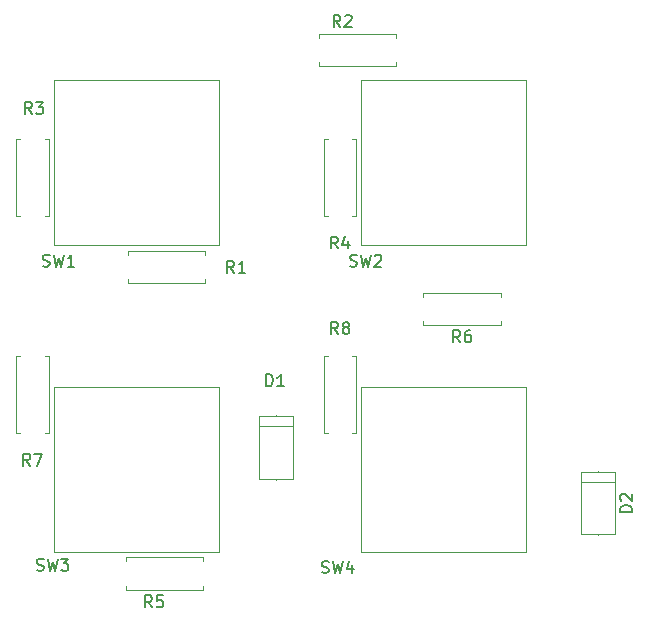
<source format=gbr>
%TF.GenerationSoftware,KiCad,Pcbnew,5.1.6-c6e7f7d~86~ubuntu18.04.1*%
%TF.CreationDate,2020-06-11T22:46:26+02:00*%
%TF.ProjectId,BikeCommunicator,42696b65-436f-46d6-9d75-6e696361746f,rev?*%
%TF.SameCoordinates,Original*%
%TF.FileFunction,Legend,Top*%
%TF.FilePolarity,Positive*%
%FSLAX46Y46*%
G04 Gerber Fmt 4.6, Leading zero omitted, Abs format (unit mm)*
G04 Created by KiCad (PCBNEW 5.1.6-c6e7f7d~86~ubuntu18.04.1) date 2020-06-11 22:46:26*
%MOMM*%
%LPD*%
G01*
G04 APERTURE LIST*
%ADD10C,0.120000*%
%ADD11C,0.150000*%
G04 APERTURE END LIST*
D10*
%TO.C,D2*%
X147472700Y-103194500D02*
X144652700Y-103194500D01*
X144652700Y-103194500D02*
X144652700Y-108514500D01*
X144652700Y-108514500D02*
X147472700Y-108514500D01*
X147472700Y-108514500D02*
X147472700Y-103194500D01*
X146062700Y-103124500D02*
X146062700Y-103194500D01*
X146062700Y-108584500D02*
X146062700Y-108514500D01*
X147472700Y-104034500D02*
X144652700Y-104034500D01*
%TO.C,D1*%
X120218500Y-98495500D02*
X117398500Y-98495500D01*
X117398500Y-98495500D02*
X117398500Y-103815500D01*
X117398500Y-103815500D02*
X120218500Y-103815500D01*
X120218500Y-103815500D02*
X120218500Y-98495500D01*
X118808500Y-98425500D02*
X118808500Y-98495500D01*
X118808500Y-103885500D02*
X118808500Y-103815500D01*
X120218500Y-99335500D02*
X117398500Y-99335500D01*
%TO.C,SW4*%
X126015000Y-109985000D02*
X126015000Y-96015000D01*
X139985000Y-109985000D02*
X126015000Y-109985000D01*
X139985000Y-96015000D02*
X139985000Y-109985000D01*
X126015000Y-96015000D02*
X139985000Y-96015000D01*
%TO.C,SW3*%
X100015000Y-109985000D02*
X100015000Y-96015000D01*
X113985000Y-109985000D02*
X100015000Y-109985000D01*
X113985000Y-96015000D02*
X113985000Y-109985000D01*
X100015000Y-96015000D02*
X113985000Y-96015000D01*
%TO.C,SW2*%
X126015000Y-83985000D02*
X126015000Y-70015000D01*
X139985000Y-83985000D02*
X126015000Y-83985000D01*
X139985000Y-70015000D02*
X139985000Y-83985000D01*
X126015000Y-70015000D02*
X139985000Y-70015000D01*
%TO.C,SW1*%
X100015000Y-83985000D02*
X100015000Y-70015000D01*
X113985000Y-83985000D02*
X100015000Y-83985000D01*
X113985000Y-70015000D02*
X113985000Y-83985000D01*
X100015000Y-70015000D02*
X113985000Y-70015000D01*
%TO.C,R8*%
X125246000Y-93377000D02*
X125576000Y-93377000D01*
X125576000Y-93377000D02*
X125576000Y-99917000D01*
X125576000Y-99917000D02*
X125246000Y-99917000D01*
X123166000Y-93377000D02*
X122836000Y-93377000D01*
X122836000Y-93377000D02*
X122836000Y-99917000D01*
X122836000Y-99917000D02*
X123166000Y-99917000D01*
%TO.C,R7*%
X99211000Y-93377000D02*
X99541000Y-93377000D01*
X99541000Y-93377000D02*
X99541000Y-99917000D01*
X99541000Y-99917000D02*
X99211000Y-99917000D01*
X97131000Y-93377000D02*
X96801000Y-93377000D01*
X96801000Y-93377000D02*
X96801000Y-99917000D01*
X96801000Y-99917000D02*
X97131000Y-99917000D01*
%TO.C,R6*%
X137826500Y-90448000D02*
X137826500Y-90778000D01*
X137826500Y-90778000D02*
X131286500Y-90778000D01*
X131286500Y-90778000D02*
X131286500Y-90448000D01*
X137826500Y-88368000D02*
X137826500Y-88038000D01*
X137826500Y-88038000D02*
X131286500Y-88038000D01*
X131286500Y-88038000D02*
X131286500Y-88368000D01*
%TO.C,R5*%
X106077000Y-110783500D02*
X106077000Y-110453500D01*
X106077000Y-110453500D02*
X112617000Y-110453500D01*
X112617000Y-110453500D02*
X112617000Y-110783500D01*
X106077000Y-112863500D02*
X106077000Y-113193500D01*
X106077000Y-113193500D02*
X112617000Y-113193500D01*
X112617000Y-113193500D02*
X112617000Y-112863500D01*
%TO.C,R4*%
X123166000Y-81565500D02*
X122836000Y-81565500D01*
X122836000Y-81565500D02*
X122836000Y-75025500D01*
X122836000Y-75025500D02*
X123166000Y-75025500D01*
X125246000Y-81565500D02*
X125576000Y-81565500D01*
X125576000Y-81565500D02*
X125576000Y-75025500D01*
X125576000Y-75025500D02*
X125246000Y-75025500D01*
%TO.C,R3*%
X97131000Y-81565500D02*
X96801000Y-81565500D01*
X96801000Y-81565500D02*
X96801000Y-75025500D01*
X96801000Y-75025500D02*
X97131000Y-75025500D01*
X99211000Y-81565500D02*
X99541000Y-81565500D01*
X99541000Y-81565500D02*
X99541000Y-75025500D01*
X99541000Y-75025500D02*
X99211000Y-75025500D01*
%TO.C,R2*%
X128960000Y-68540000D02*
X128960000Y-68870000D01*
X128960000Y-68870000D02*
X122420000Y-68870000D01*
X122420000Y-68870000D02*
X122420000Y-68540000D01*
X128960000Y-66460000D02*
X128960000Y-66130000D01*
X128960000Y-66130000D02*
X122420000Y-66130000D01*
X122420000Y-66130000D02*
X122420000Y-66460000D01*
%TO.C,R1*%
X106267500Y-84812000D02*
X106267500Y-84482000D01*
X106267500Y-84482000D02*
X112807500Y-84482000D01*
X112807500Y-84482000D02*
X112807500Y-84812000D01*
X106267500Y-86892000D02*
X106267500Y-87222000D01*
X106267500Y-87222000D02*
X112807500Y-87222000D01*
X112807500Y-87222000D02*
X112807500Y-86892000D01*
%TO.C,D2*%
D11*
X148925080Y-106592595D02*
X147925080Y-106592595D01*
X147925080Y-106354500D01*
X147972700Y-106211642D01*
X148067938Y-106116404D01*
X148163176Y-106068785D01*
X148353652Y-106021166D01*
X148496509Y-106021166D01*
X148686985Y-106068785D01*
X148782223Y-106116404D01*
X148877461Y-106211642D01*
X148925080Y-106354500D01*
X148925080Y-106592595D01*
X148020319Y-105640214D02*
X147972700Y-105592595D01*
X147925080Y-105497357D01*
X147925080Y-105259261D01*
X147972700Y-105164023D01*
X148020319Y-105116404D01*
X148115557Y-105068785D01*
X148210795Y-105068785D01*
X148353652Y-105116404D01*
X148925080Y-105687833D01*
X148925080Y-105068785D01*
%TO.C,D1*%
X117956104Y-95956380D02*
X117956104Y-94956380D01*
X118194200Y-94956380D01*
X118337057Y-95004000D01*
X118432295Y-95099238D01*
X118479914Y-95194476D01*
X118527533Y-95384952D01*
X118527533Y-95527809D01*
X118479914Y-95718285D01*
X118432295Y-95813523D01*
X118337057Y-95908761D01*
X118194200Y-95956380D01*
X117956104Y-95956380D01*
X119479914Y-95956380D02*
X118908485Y-95956380D01*
X119194200Y-95956380D02*
X119194200Y-94956380D01*
X119098961Y-95099238D01*
X119003723Y-95194476D01*
X118908485Y-95242095D01*
%TO.C,SW4*%
X122682166Y-111720261D02*
X122825023Y-111767880D01*
X123063119Y-111767880D01*
X123158357Y-111720261D01*
X123205976Y-111672642D01*
X123253595Y-111577404D01*
X123253595Y-111482166D01*
X123205976Y-111386928D01*
X123158357Y-111339309D01*
X123063119Y-111291690D01*
X122872642Y-111244071D01*
X122777404Y-111196452D01*
X122729785Y-111148833D01*
X122682166Y-111053595D01*
X122682166Y-110958357D01*
X122729785Y-110863119D01*
X122777404Y-110815500D01*
X122872642Y-110767880D01*
X123110738Y-110767880D01*
X123253595Y-110815500D01*
X123586928Y-110767880D02*
X123825023Y-111767880D01*
X124015500Y-111053595D01*
X124205976Y-111767880D01*
X124444071Y-110767880D01*
X125253595Y-111101214D02*
X125253595Y-111767880D01*
X125015500Y-110720261D02*
X124777404Y-111434547D01*
X125396452Y-111434547D01*
%TO.C,SW3*%
X98554666Y-111532761D02*
X98697523Y-111580380D01*
X98935619Y-111580380D01*
X99030857Y-111532761D01*
X99078476Y-111485142D01*
X99126095Y-111389904D01*
X99126095Y-111294666D01*
X99078476Y-111199428D01*
X99030857Y-111151809D01*
X98935619Y-111104190D01*
X98745142Y-111056571D01*
X98649904Y-111008952D01*
X98602285Y-110961333D01*
X98554666Y-110866095D01*
X98554666Y-110770857D01*
X98602285Y-110675619D01*
X98649904Y-110628000D01*
X98745142Y-110580380D01*
X98983238Y-110580380D01*
X99126095Y-110628000D01*
X99459428Y-110580380D02*
X99697523Y-111580380D01*
X99888000Y-110866095D01*
X100078476Y-111580380D01*
X100316571Y-110580380D01*
X100602285Y-110580380D02*
X101221333Y-110580380D01*
X100888000Y-110961333D01*
X101030857Y-110961333D01*
X101126095Y-111008952D01*
X101173714Y-111056571D01*
X101221333Y-111151809D01*
X101221333Y-111389904D01*
X101173714Y-111485142D01*
X101126095Y-111532761D01*
X101030857Y-111580380D01*
X100745142Y-111580380D01*
X100649904Y-111532761D01*
X100602285Y-111485142D01*
%TO.C,SW2*%
X125062666Y-85786761D02*
X125205523Y-85834380D01*
X125443619Y-85834380D01*
X125538857Y-85786761D01*
X125586476Y-85739142D01*
X125634095Y-85643904D01*
X125634095Y-85548666D01*
X125586476Y-85453428D01*
X125538857Y-85405809D01*
X125443619Y-85358190D01*
X125253142Y-85310571D01*
X125157904Y-85262952D01*
X125110285Y-85215333D01*
X125062666Y-85120095D01*
X125062666Y-85024857D01*
X125110285Y-84929619D01*
X125157904Y-84882000D01*
X125253142Y-84834380D01*
X125491238Y-84834380D01*
X125634095Y-84882000D01*
X125967428Y-84834380D02*
X126205523Y-85834380D01*
X126396000Y-85120095D01*
X126586476Y-85834380D01*
X126824571Y-84834380D01*
X127157904Y-84929619D02*
X127205523Y-84882000D01*
X127300761Y-84834380D01*
X127538857Y-84834380D01*
X127634095Y-84882000D01*
X127681714Y-84929619D01*
X127729333Y-85024857D01*
X127729333Y-85120095D01*
X127681714Y-85262952D01*
X127110285Y-85834380D01*
X127729333Y-85834380D01*
%TO.C,SW1*%
X99062666Y-85786761D02*
X99205523Y-85834380D01*
X99443619Y-85834380D01*
X99538857Y-85786761D01*
X99586476Y-85739142D01*
X99634095Y-85643904D01*
X99634095Y-85548666D01*
X99586476Y-85453428D01*
X99538857Y-85405809D01*
X99443619Y-85358190D01*
X99253142Y-85310571D01*
X99157904Y-85262952D01*
X99110285Y-85215333D01*
X99062666Y-85120095D01*
X99062666Y-85024857D01*
X99110285Y-84929619D01*
X99157904Y-84882000D01*
X99253142Y-84834380D01*
X99491238Y-84834380D01*
X99634095Y-84882000D01*
X99967428Y-84834380D02*
X100205523Y-85834380D01*
X100396000Y-85120095D01*
X100586476Y-85834380D01*
X100824571Y-84834380D01*
X101729333Y-85834380D02*
X101157904Y-85834380D01*
X101443619Y-85834380D02*
X101443619Y-84834380D01*
X101348380Y-84977238D01*
X101253142Y-85072476D01*
X101157904Y-85120095D01*
%TO.C,R8*%
X124052033Y-91536780D02*
X123718700Y-91060590D01*
X123480604Y-91536780D02*
X123480604Y-90536780D01*
X123861557Y-90536780D01*
X123956795Y-90584400D01*
X124004414Y-90632019D01*
X124052033Y-90727257D01*
X124052033Y-90870114D01*
X124004414Y-90965352D01*
X123956795Y-91012971D01*
X123861557Y-91060590D01*
X123480604Y-91060590D01*
X124623461Y-90965352D02*
X124528223Y-90917733D01*
X124480604Y-90870114D01*
X124432985Y-90774876D01*
X124432985Y-90727257D01*
X124480604Y-90632019D01*
X124528223Y-90584400D01*
X124623461Y-90536780D01*
X124813938Y-90536780D01*
X124909176Y-90584400D01*
X124956795Y-90632019D01*
X125004414Y-90727257D01*
X125004414Y-90774876D01*
X124956795Y-90870114D01*
X124909176Y-90917733D01*
X124813938Y-90965352D01*
X124623461Y-90965352D01*
X124528223Y-91012971D01*
X124480604Y-91060590D01*
X124432985Y-91155828D01*
X124432985Y-91346304D01*
X124480604Y-91441542D01*
X124528223Y-91489161D01*
X124623461Y-91536780D01*
X124813938Y-91536780D01*
X124909176Y-91489161D01*
X124956795Y-91441542D01*
X125004414Y-91346304D01*
X125004414Y-91155828D01*
X124956795Y-91060590D01*
X124909176Y-91012971D01*
X124813938Y-90965352D01*
%TO.C,R7*%
X97991633Y-102674680D02*
X97658300Y-102198490D01*
X97420204Y-102674680D02*
X97420204Y-101674680D01*
X97801157Y-101674680D01*
X97896395Y-101722300D01*
X97944014Y-101769919D01*
X97991633Y-101865157D01*
X97991633Y-102008014D01*
X97944014Y-102103252D01*
X97896395Y-102150871D01*
X97801157Y-102198490D01*
X97420204Y-102198490D01*
X98324966Y-101674680D02*
X98991633Y-101674680D01*
X98563061Y-102674680D01*
%TO.C,R6*%
X134389833Y-92230380D02*
X134056500Y-91754190D01*
X133818404Y-92230380D02*
X133818404Y-91230380D01*
X134199357Y-91230380D01*
X134294595Y-91278000D01*
X134342214Y-91325619D01*
X134389833Y-91420857D01*
X134389833Y-91563714D01*
X134342214Y-91658952D01*
X134294595Y-91706571D01*
X134199357Y-91754190D01*
X133818404Y-91754190D01*
X135246976Y-91230380D02*
X135056500Y-91230380D01*
X134961261Y-91278000D01*
X134913642Y-91325619D01*
X134818404Y-91468476D01*
X134770785Y-91658952D01*
X134770785Y-92039904D01*
X134818404Y-92135142D01*
X134866023Y-92182761D01*
X134961261Y-92230380D01*
X135151738Y-92230380D01*
X135246976Y-92182761D01*
X135294595Y-92135142D01*
X135342214Y-92039904D01*
X135342214Y-91801809D01*
X135294595Y-91706571D01*
X135246976Y-91658952D01*
X135151738Y-91611333D01*
X134961261Y-91611333D01*
X134866023Y-91658952D01*
X134818404Y-91706571D01*
X134770785Y-91801809D01*
%TO.C,R5*%
X108304033Y-114676180D02*
X107970700Y-114199990D01*
X107732604Y-114676180D02*
X107732604Y-113676180D01*
X108113557Y-113676180D01*
X108208795Y-113723800D01*
X108256414Y-113771419D01*
X108304033Y-113866657D01*
X108304033Y-114009514D01*
X108256414Y-114104752D01*
X108208795Y-114152371D01*
X108113557Y-114199990D01*
X107732604Y-114199990D01*
X109208795Y-113676180D02*
X108732604Y-113676180D01*
X108684985Y-114152371D01*
X108732604Y-114104752D01*
X108827842Y-114057133D01*
X109065938Y-114057133D01*
X109161176Y-114104752D01*
X109208795Y-114152371D01*
X109256414Y-114247609D01*
X109256414Y-114485704D01*
X109208795Y-114580942D01*
X109161176Y-114628561D01*
X109065938Y-114676180D01*
X108827842Y-114676180D01*
X108732604Y-114628561D01*
X108684985Y-114580942D01*
%TO.C,R4*%
X124039333Y-84297780D02*
X123706000Y-83821590D01*
X123467904Y-84297780D02*
X123467904Y-83297780D01*
X123848857Y-83297780D01*
X123944095Y-83345400D01*
X123991714Y-83393019D01*
X124039333Y-83488257D01*
X124039333Y-83631114D01*
X123991714Y-83726352D01*
X123944095Y-83773971D01*
X123848857Y-83821590D01*
X123467904Y-83821590D01*
X124896476Y-83631114D02*
X124896476Y-84297780D01*
X124658380Y-83250161D02*
X124420285Y-83964447D01*
X125039333Y-83964447D01*
%TO.C,R3*%
X98131333Y-72905880D02*
X97798000Y-72429690D01*
X97559904Y-72905880D02*
X97559904Y-71905880D01*
X97940857Y-71905880D01*
X98036095Y-71953500D01*
X98083714Y-72001119D01*
X98131333Y-72096357D01*
X98131333Y-72239214D01*
X98083714Y-72334452D01*
X98036095Y-72382071D01*
X97940857Y-72429690D01*
X97559904Y-72429690D01*
X98464666Y-71905880D02*
X99083714Y-71905880D01*
X98750380Y-72286833D01*
X98893238Y-72286833D01*
X98988476Y-72334452D01*
X99036095Y-72382071D01*
X99083714Y-72477309D01*
X99083714Y-72715404D01*
X99036095Y-72810642D01*
X98988476Y-72858261D01*
X98893238Y-72905880D01*
X98607523Y-72905880D01*
X98512285Y-72858261D01*
X98464666Y-72810642D01*
%TO.C,R2*%
X124253333Y-65539380D02*
X123920000Y-65063190D01*
X123681904Y-65539380D02*
X123681904Y-64539380D01*
X124062857Y-64539380D01*
X124158095Y-64587000D01*
X124205714Y-64634619D01*
X124253333Y-64729857D01*
X124253333Y-64872714D01*
X124205714Y-64967952D01*
X124158095Y-65015571D01*
X124062857Y-65063190D01*
X123681904Y-65063190D01*
X124634285Y-64634619D02*
X124681904Y-64587000D01*
X124777142Y-64539380D01*
X125015238Y-64539380D01*
X125110476Y-64587000D01*
X125158095Y-64634619D01*
X125205714Y-64729857D01*
X125205714Y-64825095D01*
X125158095Y-64967952D01*
X124586666Y-65539380D01*
X125205714Y-65539380D01*
%TO.C,R1*%
X115250933Y-86355180D02*
X114917600Y-85878990D01*
X114679504Y-86355180D02*
X114679504Y-85355180D01*
X115060457Y-85355180D01*
X115155695Y-85402800D01*
X115203314Y-85450419D01*
X115250933Y-85545657D01*
X115250933Y-85688514D01*
X115203314Y-85783752D01*
X115155695Y-85831371D01*
X115060457Y-85878990D01*
X114679504Y-85878990D01*
X116203314Y-86355180D02*
X115631885Y-86355180D01*
X115917600Y-86355180D02*
X115917600Y-85355180D01*
X115822361Y-85498038D01*
X115727123Y-85593276D01*
X115631885Y-85640895D01*
%TD*%
M02*

</source>
